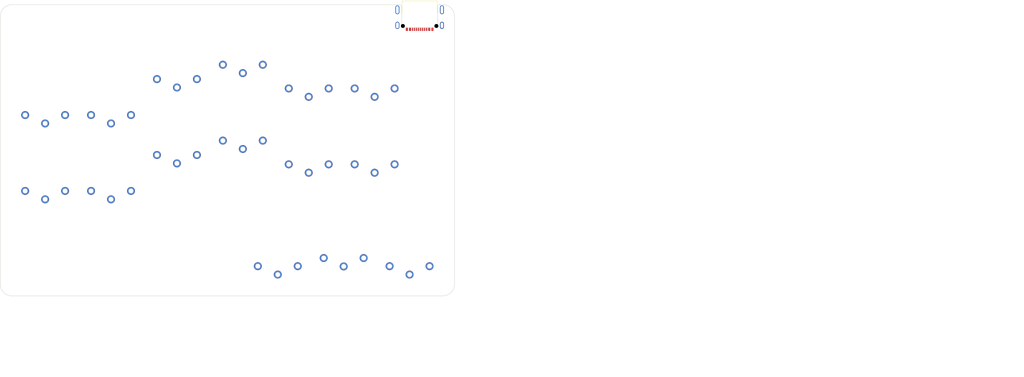
<source format=kicad_pcb>
(kicad_pcb (version 20211014) (generator pcbnew)
  (title_block (title "Sea Picro RST") (date "2022-07-28") (rev "1.0") (company "Josh Johnson"))
  (layers (0 "F.Cu" signal) (1 "In1.Cu" signal) (2 "In2.Cu" signal) (31 "B.Cu" signal) (34 "B.Paste" user) (35 "F.Paste" user) (36 "B.SilkS" user "B.Silkscreen") (37 "F.SilkS" user "F.Silkscreen") (38 "B.Mask" user) (39 "F.Mask" user) (44 "Edge.Cuts" user))
  (net 0 "")
  (net 1 "GND")
  (net 2 "matrix_outer_bottom")
  (net 3 "matrix_outer_home")
  (net 4 "matrix_pinky_bottom")
  (net 5 "matrix_pinky_home")
  (net 6 "matrix_ring_bottom")
  (net 7 "matrix_ring_home")
  (net 8 "matrix_middle_bottom")
  (net 9 "matrix_middle_home")
  (net 10 "matrix_index_bottom")
  (net 11 "matrix_index_home")
  (net 12 "matrix_inner_bottom")
  (net 13 "matrix_inner_home")
  (net 14 "thumb_tucky")
  (net 15 "thumb_homey")
  (net 16 "thumb_reachy")
  (net 17 "Net-(J1-PadA5)")
  (net 18 "Net-(J1-PadB5)")
  (net 19 "VBUS")
  (net 20 "/USB+")
  (net 21 "/USB-")
  (footprint "pg1350:pg1350-RS" (layer "F.Cu") (at 165.6 92.44 180)
    (fp_text reference "S11" hide)
    (fp_text value "")
    (pad "" np_thru_hole circle (at 0 0 180) (size 3.4 3.4) (drill 3.4) (layers *.Cu *.Mask))
    (pad "" np_thru_hole circle (at 5.5 0 180) (size 1.7 1.7) (drill 1.7) (layers *.Cu *.Mask))
    (pad "" np_thru_hole circle (at -5.5 0 180) (size 1.7 1.7) (drill 1.7) (layers *.Cu *.Mask))
    (pad "1" thru_hole circle (at 0 -5.9 180) (size 2 2) (drill 1.2) (layers *.Cu *.Mask) (net 1 "GND"))
    (pad "2" thru_hole circle (at -5 -3.8 180) (size 2 2) (drill 1.2) (layers *.Cu "F.Mask") (net 12 "matrix_inner_bottom"))
    (pad "2" thru_hole circle (at 5 -3.8 180) (size 2 2) (drill 1.2) (layers *.Cu "B.Mask") (net 12 "matrix_inner_bottom"))
  )
  (footprint "pg1350:pg1350-RS" (layer "F.Cu") (at 132.6 86.5 180)
    (fp_text reference "S7" hide)
    (fp_text value "")
    (pad "" np_thru_hole circle (at -5.5 0 180) (size 1.7 1.7) (drill 1.7) (layers *.Cu *.Mask))
    (pad "" np_thru_hole circle (at 5.5 0 180) (size 1.7 1.7) (drill 1.7) (layers *.Cu *.Mask))
    (pad "" np_thru_hole circle (at 0 0 180) (size 3.4 3.4) (drill 3.4) (layers *.Cu *.Mask))
    (pad "1" thru_hole circle (at 0 -5.9 180) (size 2 2) (drill 1.2) (layers *.Cu *.Mask) (net 1 "GND"))
    (pad "2" thru_hole circle (at -5 -3.8 180) (size 2 2) (drill 1.2) (layers *.Cu "F.Mask") (net 8 "matrix_middle_bottom"))
    (pad "2" thru_hole circle (at 5 -3.8 180) (size 2 2) (drill 1.2) (layers *.Cu "B.Mask") (net 8 "matrix_middle_bottom"))
  )
  (footprint "pg1350:pg1350-RS" (layer "F.Cu") (at 141.35 117.94 180)
    (fp_text reference "S13" hide)
    (fp_text value "")
    (pad "" np_thru_hole circle (at 0 0 180) (size 3.4 3.4) (drill 3.4) (layers *.Cu *.Mask))
    (pad "" np_thru_hole circle (at 5.5 0 180) (size 1.7 1.7) (drill 1.7) (layers *.Cu *.Mask))
    (pad "" np_thru_hole circle (at -5.5 0 180) (size 1.7 1.7) (drill 1.7) (layers *.Cu *.Mask))
    (pad "1" thru_hole circle (at 0 -5.9 180) (size 2 2) (drill 1.2) (layers *.Cu *.Mask) (net 1 "GND"))
    (pad "2" thru_hole circle (at -5 -3.8 180) (size 2 2) (drill 1.2) (layers *.Cu "F.Mask") (net 14 "thumb_tucky"))
    (pad "2" thru_hole circle (at 5 -3.8 180) (size 2 2) (drill 1.2) (layers *.Cu "B.Mask") (net 14 "thumb_tucky"))
  )
  (footprint "pg1350:pg1350-RS" (layer "F.Cu") (at 132.6 67.5 180)
    (fp_text reference "S8" hide)
    (fp_text value "")
    (pad "" np_thru_hole circle (at 0 0 180) (size 3.4 3.4) (drill 3.4) (layers *.Cu *.Mask))
    (pad "" np_thru_hole circle (at 5.5 0 180) (size 1.7 1.7) (drill 1.7) (layers *.Cu *.Mask))
    (pad "" np_thru_hole circle (at -5.5 0 180) (size 1.7 1.7) (drill 1.7) (layers *.Cu *.Mask))
    (pad "1" thru_hole circle (at 0 -5.9 180) (size 2 2) (drill 1.2) (layers *.Cu *.Mask) (net 1 "GND"))
    (pad "2" thru_hole circle (at -5 -3.8 180) (size 2 2) (drill 1.2) (layers *.Cu "F.Mask") (net 9 "matrix_middle_home"))
    (pad "2" thru_hole circle (at 5 -3.8 180) (size 2 2) (drill 1.2) (layers *.Cu "B.Mask") (net 9 "matrix_middle_home"))
  )
  (footprint "pg1350:pg1350-RS" (layer "F.Cu") (at 99.6 99.1 180)
    (fp_text reference "S3" hide)
    (fp_text value "")
    (pad "" np_thru_hole circle (at 0 0 180) (size 3.4 3.4) (drill 3.4) (layers *.Cu *.Mask))
    (pad "" np_thru_hole circle (at 5.5 0 180) (size 1.7 1.7) (drill 1.7) (layers *.Cu *.Mask))
    (pad "" np_thru_hole circle (at -5.5 0 180) (size 1.7 1.7) (drill 1.7) (layers *.Cu *.Mask))
    (pad "1" thru_hole circle (at 0 -5.9 180) (size 2 2) (drill 1.2) (layers *.Cu *.Mask) (net 1 "GND"))
    (pad "2" thru_hole circle (at -5 -3.8 180) (size 2 2) (drill 1.2) (layers *.Cu "F.Mask") (net 4 "matrix_pinky_bottom"))
    (pad "2" thru_hole circle (at 5 -3.8 180) (size 2 2) (drill 1.2) (layers *.Cu "B.Mask") (net 4 "matrix_pinky_bottom"))
  )
  (footprint "pg1350:pg1350-RS" (layer "F.Cu") (at 149.1 92.44 180)
    (fp_text reference "S9" hide)
    (fp_text value "")
    (pad "" np_thru_hole circle (at -5.5 0 180) (size 1.7 1.7) (drill 1.7) (layers *.Cu *.Mask))
    (pad "" np_thru_hole circle (at 0 0 180) (size 3.4 3.4) (drill 3.4) (layers *.Cu *.Mask))
    (pad "" np_thru_hole circle (at 5.5 0 180) (size 1.7 1.7) (drill 1.7) (layers *.Cu *.Mask))
    (pad "1" thru_hole circle (at 0 -5.9 180) (size 2 2) (drill 1.2) (layers *.Cu *.Mask) (net 1 "GND"))
    (pad "2" thru_hole circle (at -5 -3.8 180) (size 2 2) (drill 1.2) (layers *.Cu "F.Mask") (net 10 "matrix_index_bottom"))
    (pad "2" thru_hole circle (at 5 -3.8 180) (size 2 2) (drill 1.2) (layers *.Cu "B.Mask") (net 10 "matrix_index_bottom"))
  )
  (footprint "pg1350:pg1350-RS" (layer "F.Cu") (at 116.1 71.1 180)
    (fp_text reference "S6" hide)
    (fp_text value "")
    (pad "" np_thru_hole circle (at -5.5 0 180) (size 1.7 1.7) (drill 1.7) (layers *.Cu *.Mask))
    (pad "" np_thru_hole circle (at 5.5 0 180) (size 1.7 1.7) (drill 1.7) (layers *.Cu *.Mask))
    (pad "" np_thru_hole circle (at 0 0 180) (size 3.4 3.4) (drill 3.4) (layers *.Cu *.Mask))
    (pad "1" thru_hole circle (at 0 -5.9 180) (size 2 2) (drill 1.2) (layers *.Cu *.Mask) (net 1 "GND"))
    (pad "2" thru_hole circle (at -5 -3.8 180) (size 2 2) (drill 1.2) (layers *.Cu "F.Mask") (net 7 "matrix_ring_home"))
    (pad "2" thru_hole circle (at 5 -3.8 180) (size 2 2) (drill 1.2) (layers *.Cu "B.Mask") (net 7 "matrix_ring_home"))
  )
  (footprint "pg1350:pg1350-RS" (layer "F.Cu") (at 116.1 90.1 180)
    (fp_text reference "S5" hide)
    (fp_text value "")
    (pad "" np_thru_hole circle (at -5.5 0 180) (size 1.7 1.7) (drill 1.7) (layers *.Cu *.Mask))
    (pad "" np_thru_hole circle (at 5.5 0 180) (size 1.7 1.7) (drill 1.7) (layers *.Cu *.Mask))
    (pad "" np_thru_hole circle (at 0 0 180) (size 3.4 3.4) (drill 3.4) (layers *.Cu *.Mask))
    (pad "1" thru_hole circle (at 0 -5.9 180) (size 2 2) (drill 1.2) (layers *.Cu *.Mask) (net 1 "GND"))
    (pad "2" thru_hole circle (at -5 -3.8 180) (size 2 2) (drill 1.2) (layers *.Cu "F.Mask") (net 6 "matrix_ring_bottom"))
    (pad "2" thru_hole circle (at 5 -3.8 180) (size 2 2) (drill 1.2) (layers *.Cu "B.Mask") (net 6 "matrix_ring_bottom"))
  )
  (footprint "josh-connectors:USB-C_MID_MOUNT_918-418K2024S40000" (layer "F.Cu") (at 176.870824 55.344072)
    (fp_text reference "J1" hide)
    (fp_text value "USB_C_Receptacle_USB2.0")
    (fp_line (start 4.4 0) (end -4.4 0) (layer "F.SilkS") (width 0.12))
    (fp_line (start 4.4 3) (end 4.4 0) (layer "F.SilkS") (width 0.12))
    (fp_line (start -4.4 0) (end -4.4 3) (layer "F.SilkS") (width 0.12))
    (fp_line (start 4.525 3) (end 4.525 6.6) (layer "Edge.Cuts") (width 0.1))
    (fp_line (start -4.525 3) (end -4.525 6.6) (layer "Edge.Cuts") (width 0.1))
    (fp_line (start -4.525 6.6) (end 4.525 6.6) (layer "Edge.Cuts") (width 0.1))
    (pad "" np_thru_hole circle (at -4.2 6.25) (size 1 1) (drill 1) (layers *.Mask))
    (pad "" np_thru_hole circle (at 4.2 6.25) (size 1 1) (drill 1) (layers *.Mask))
    (pad "A1" smd roundrect (at 3.2 7.1) (size 0.54 0.8) (layers "F.Cu" "F.Paste" "F.Mask") (net 1 "GND") (clearance 0.15))
    (pad "A1" smd roundrect (at -3.2 7.1) (size 0.54 0.8) (layers "F.Cu" "F.Paste" "F.Mask") (net 1 "GND") (clearance 0.15))
    (pad "A4" smd roundrect (at -2.4 7.1) (size 0.54 0.8) (layers "F.Cu" "F.Paste" "F.Mask") (net 19 "VBUS") (clearance 0.15))
    (pad "A4" smd roundrect (at 2.4 7.1) (size 0.54 0.8) (layers "F.Cu" "F.Paste" "F.Mask") (net 19 "VBUS") (clearance 0.15))
    (pad "A5" smd roundrect (at 1.25 7.1) (size 0.3 0.8) (layers "F.Cu" "F.Paste" "F.Mask") (net 17 "Net-(J1-PadA5)") (clearance 0.15))
    (pad "A6" smd roundrect (at 0.25 7.1) (size 0.3 0.8) (layers "F.Cu" "F.Paste" "F.Mask") (net 20 "/USB+") (clearance 0.15))
    (pad "A7" smd roundrect (at -0.25 7.1) (size 0.3 0.8) (layers "F.Cu" "F.Paste" "F.Mask") (net 21 "/USB-") (clearance 0.15))
    (pad "A8" smd roundrect (at -1.25 7.1) (size 0.3 0.8) (layers "F.Cu" "F.Paste" "F.Mask") (clearance 0.15))
    (pad "B5" smd roundrect (at -1.75 7.1) (size 0.3 0.8) (layers "F.Cu" "F.Paste" "F.Mask") (net 18 "Net-(J1-PadB5)") (clearance 0.15))
    (pad "B6" smd roundrect (at -0.75 7.1) (size 0.3 0.8) (layers "F.Cu" "F.Paste" "F.Mask") (net 20 "/USB+") (clearance 0.15))
    (pad "B7" smd roundrect (at 0.75 7.1) (size 0.3 0.8) (layers "F.Cu" "F.Paste" "F.Mask") (net 21 "/USB-") (clearance 0.15))
    (pad "B8" smd roundrect (at 1.758 7.1) (size 0.3 0.8) (layers "F.Cu" "F.Paste" "F.Mask") (clearance 0.15))
    (pad "S1" thru_hole oval (at -5.5753 2.2) (size 1 2.2) (drill oval 0.6 1.8) (layers *.Cu *.Mask) (net 1 "GND"))
    (pad "S2" thru_hole oval (at 5.5753 2.2) (size 1 2.2) (drill oval 0.6 1.8) (layers *.Cu *.Mask) (net 1 "GND"))
    (pad "S3" thru_hole oval (at -5.5753 6.1) (size 1 1.8) (drill oval 0.6 1.4) (layers *.Cu *.Mask) (net 1 "GND"))
    (pad "S4" thru_hole oval (at 5.5753 6.1) (size 1 1.8) (drill oval 0.6 1.3) (layers *.Cu *.Mask) (net 1 "GND"))
  )
  (footprint "pg1350:pg1350-RS" (layer "F.Cu") (at 149.1 73.44 180)
    (fp_text reference "S10" hide)
    (fp_text value "")
    (pad "" np_thru_hole circle (at 0 0 180) (size 3.4 3.4) (drill 3.4) (layers *.Cu *.Mask))
    (pad "" np_thru_hole circle (at -5.5 0 180) (size 1.7 1.7) (drill 1.7) (layers *.Cu *.Mask))
    (pad "" np_thru_hole circle (at 5.5 0 180) (size 1.7 1.7) (drill 1.7) (layers *.Cu *.Mask))
    (pad "1" thru_hole circle (at 0 -5.9 180) (size 2 2) (drill 1.2) (layers *.Cu *.Mask) (net 1 "GND"))
    (pad "2" thru_hole circle (at -5 -3.8 180) (size 2 2) (drill 1.2) (layers *.Cu "F.Mask") (net 11 "matrix_index_home"))
    (pad "2" thru_hole circle (at 5 -3.8 180) (size 2 2) (drill 1.2) (layers *.Cu "B.Mask") (net 11 "matrix_index_home"))
  )
  (footprint "pg1350:pg1350-RS" (layer "F.Cu") (at 165.6 73.44 180)
    (fp_text reference "S12" hide)
    (fp_text value "")
    (pad "" np_thru_hole circle (at 5.5 0 180) (size 1.7 1.7) (drill 1.7) (layers *.Cu *.Mask))
    (pad "" np_thru_hole circle (at 0 0 180) (size 3.4 3.4) (drill 3.4) (layers *.Cu *.Mask))
    (pad "" np_thru_hole circle (at -5.5 0 180) (size 1.7 1.7) (drill 1.7) (layers *.Cu *.Mask))
    (pad "1" thru_hole circle (at 0 -5.9 180) (size 2 2) (drill 1.2) (layers *.Cu *.Mask) (net 1 "GND"))
    (pad "2" thru_hole circle (at -5 -3.8 180) (size 2 2) (drill 1.2) (layers *.Cu "F.Mask") (net 13 "matrix_inner_home"))
    (pad "2" thru_hole circle (at 5 -3.8 180) (size 2 2) (drill 1.2) (layers *.Cu "B.Mask") (net 13 "matrix_inner_home"))
  )
  (footprint "pg1350:pg1350-RS" (layer "F.Cu") (at 83.1 80.1 180)
    (fp_text reference "S2" hide)
    (fp_text value "")
    (pad "" np_thru_hole circle (at 0 0 180) (size 3.4 3.4) (drill 3.4) (layers *.Cu *.Mask))
    (pad "" np_thru_hole circle (at -5.5 0 180) (size 1.7 1.7) (drill 1.7) (layers *.Cu *.Mask))
    (pad "" np_thru_hole circle (at 5.5 0 180) (size 1.7 1.7) (drill 1.7) (layers *.Cu *.Mask))
    (pad "1" thru_hole circle (at 0 -5.9 180) (size 2 2) (drill 1.2) (layers *.Cu *.Mask) (net 1 "GND"))
    (pad "2" thru_hole circle (at 5 -3.8 180) (size 2 2) (drill 1.2) (layers *.Cu "B.Mask") (net 3 "matrix_outer_home"))
    (pad "2" thru_hole circle (at -5 -3.8 180) (size 2 2) (drill 1.2) (layers *.Cu "F.Mask") (net 3 "matrix_outer_home"))
  )
  (footprint "pg1350:pg1350-RS" (layer "F.Cu") (at 99.6 80.1 180)
    (fp_text reference "S4" hide)
    (fp_text value "")
    (pad "" np_thru_hole circle (at 5.5 0 180) (size 1.7 1.7) (drill 1.7) (layers *.Cu *.Mask))
    (pad "" np_thru_hole circle (at -5.5 0 180) (size 1.7 1.7) (drill 1.7) (layers *.Cu *.Mask))
    (pad "" np_thru_hole circle (at 0 0 180) (size 3.4 3.4) (drill 3.4) (layers *.Cu *.Mask))
    (pad "1" thru_hole circle (at 0 -5.9 180) (size 2 2) (drill 1.2) (layers *.Cu *.Mask) (net 1 "GND"))
    (pad "2" thru_hole circle (at -5 -3.8 180) (size 2 2) (drill 1.2) (layers *.Cu "F.Mask") (net 5 "matrix_pinky_home"))
    (pad "2" thru_hole circle (at 5 -3.8 180) (size 2 2) (drill 1.2) (layers *.Cu "B.Mask") (net 5 "matrix_pinky_home"))
  )
  (footprint "pg1350:pg1350-RS" (layer "F.Cu") (at 83.1 99.1 180)
    (fp_text reference "S1" hide)
    (fp_text value "")
    (pad "" np_thru_hole circle (at 0 0 180) (size 3.4 3.4) (drill 3.4) (layers *.Cu *.Mask))
    (pad "" np_thru_hole circle (at -5.5 0 180) (size 1.7 1.7) (drill 1.7) (layers *.Cu *.Mask))
    (pad "" np_thru_hole circle (at 5.5 0 180) (size 1.7 1.7) (drill 1.7) (layers *.Cu *.Mask))
    (pad "1" thru_hole circle (at 0 -5.9 180) (size 2 2) (drill 1.2) (layers *.Cu *.Mask) (net 1 "GND"))
    (pad "2" thru_hole circle (at 5 -3.8 180) (size 2 2) (drill 1.2) (layers *.Cu "B.Mask") (net 2 "matrix_outer_bottom"))
    (pad "2" thru_hole circle (at -5 -3.8 180) (size 2 2) (drill 1.2) (layers *.Cu "F.Mask") (net 2 "matrix_outer_bottom"))
  )
  (footprint "pg1350:pg1350-RS" (layer "F.Cu") (at 157.85 115.9 180)
    (fp_text reference "S14" hide)
    (fp_text value "")
    (pad "" np_thru_hole circle (at 5.5 0 180) (size 1.7 1.7) (drill 1.7) (layers *.Cu *.Mask))
    (pad "" np_thru_hole circle (at 0 0 180) (size 3.4 3.4) (drill 3.4) (layers *.Cu *.Mask))
    (pad "" np_thru_hole circle (at -5.5 0 180) (size 1.7 1.7) (drill 1.7) (layers *.Cu *.Mask))
    (pad "1" thru_hole circle (at 0 -5.9 180) (size 2 2) (drill 1.2) (layers *.Cu *.Mask) (net 1 "GND"))
    (pad "2" thru_hole circle (at -5 -3.8 180) (size 2 2) (drill 1.2) (layers *.Cu "F.Mask") (net 15 "thumb_homey"))
    (pad "2" thru_hole circle (at 5 -3.8 180) (size 2 2) (drill 1.2) (layers *.Cu "B.Mask") (net 15 "thumb_homey"))
  )
  (footprint "pg1350:pg1350-RS" (layer "F.Cu") (at 174.35 117.94 180)
    (fp_text reference "S15" hide)
    (fp_text value "")
    (pad "" np_thru_hole circle (at 0 0 180) (size 3.4 3.4) (drill 3.4) (layers *.Cu *.Mask))
    (pad "" np_thru_hole circle (at -5.5 0 180) (size 1.7 1.7) (drill 1.7) (layers *.Cu *.Mask))
    (pad "" np_thru_hole circle (at 5.5 0 180) (size 1.7 1.7) (drill 1.7) (layers *.Cu *.Mask))
    (pad "1" thru_hole circle (at 0 -5.9 180) (size 2 2) (drill 1.2) (layers *.Cu *.Mask) (net 1 "GND"))
    (pad "2" thru_hole circle (at 5 -3.8 180) (size 2 2) (drill 1.2) (layers *.Cu "B.Mask") (net 16 "thumb_reachy"))
    (pad "2" thru_hole circle (at -5 -3.8 180) (size 2 2) (drill 1.2) (layers *.Cu "F.Mask") (net 16 "thumb_reachy"))
  )
  (gr_line (start 71.85 126.19) (end 71.85 59.25) (layer "Edge.Cuts") (width 0.1))
  (gr_arc (start 71.85 59.25) (mid 72.72868 57.12868) (end 74.85 56.25) (layer "Edge.Cuts") (width 0.1))
  (gr_arc (start 74.85 129.19) (mid 72.72868 128.31132) (end 71.85 126.19) (layer "Edge.Cuts") (width 0.1))
  (gr_line (start 172.345824 58.344072) (end 172.345824 56.744072) (layer "Edge.Cuts") (width 0.1))
  (gr_arc (start 185.6 126.19) (mid 184.72132 128.31132) (end 182.6 129.19) (layer "Edge.Cuts") (width 0.1))
  (gr_line (start 74.85 56.25) (end 171.845824 56.244072) (layer "Edge.Cuts") (width 0.1))
  (gr_arc (start 182.6 56.25) (mid 184.72132 57.12868) (end 185.6 59.25) (layer "Edge.Cuts") (width 0.1))
  (gr_line (start 182.6 129.19) (end 74.85 129.19) (layer "Edge.Cuts") (width 0.1))
  (gr_arc (start 181.395824 56.744072) (mid 181.542271 56.390519) (end 181.895824 56.244072) (layer "Edge.Cuts") (width 0.1))
  (gr_line (start 182.6 56.25) (end 181.895824 56.244072) (layer "Edge.Cuts") (width 0.1))
  (gr_line (start 185.6 59.25) (end 185.6 126.19) (layer "Edge.Cuts") (width 0.1))
  (gr_line (start 181.395824 58.344072) (end 181.395824 56.744072) (layer "Edge.Cuts") (width 0.1))
  (gr_arc (start 171.845824 56.244072) (mid 172.199377 56.390519) (end 172.345824 56.744072) (layer "Edge.Cuts") (width 0.1))
)
</source>
